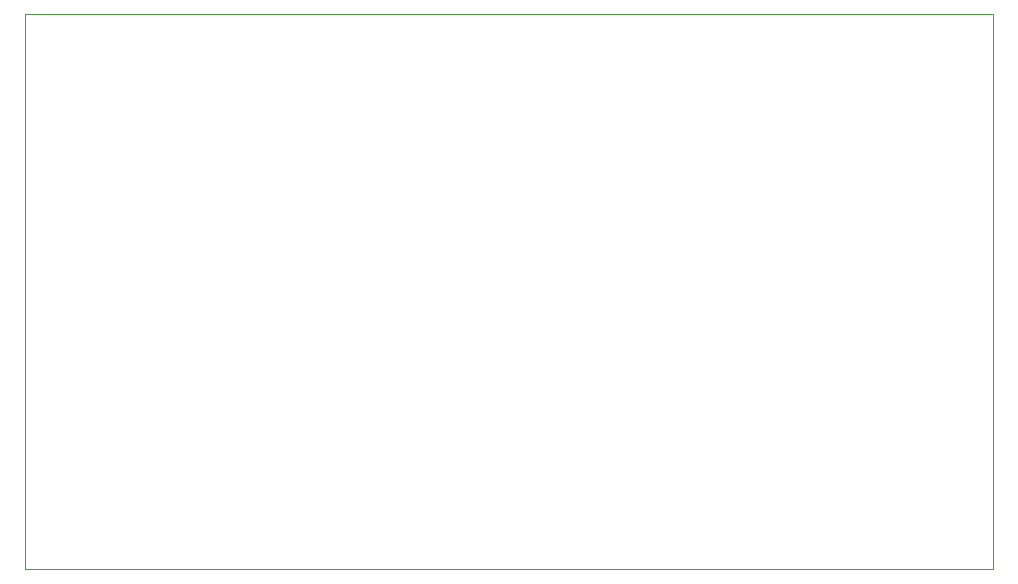
<source format=gbr>
%TF.GenerationSoftware,KiCad,Pcbnew,7.0.10*%
%TF.CreationDate,2024-02-17T01:46:53-05:00*%
%TF.ProjectId,rbus-adat,72627573-2d61-4646-9174-2e6b69636164,0*%
%TF.SameCoordinates,Original*%
%TF.FileFunction,Profile,NP*%
%FSLAX46Y46*%
G04 Gerber Fmt 4.6, Leading zero omitted, Abs format (unit mm)*
G04 Created by KiCad (PCBNEW 7.0.10) date 2024-02-17 01:46:53*
%MOMM*%
%LPD*%
G01*
G04 APERTURE LIST*
%TA.AperFunction,Profile*%
%ADD10C,0.100000*%
%TD*%
G04 APERTURE END LIST*
D10*
X81000000Y-48000000D02*
X163000000Y-48000000D01*
X163000000Y-95000000D01*
X81000000Y-95000000D01*
X81000000Y-48000000D01*
M02*

</source>
